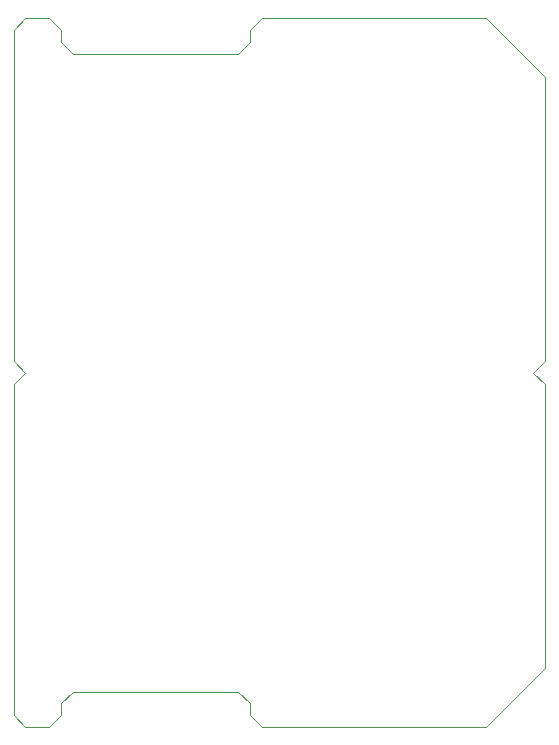
<source format=gm1>
G04 #@! TF.GenerationSoftware,KiCad,Pcbnew,8.0.7*
G04 #@! TF.CreationDate,2025-01-23T12:20:57+00:00*
G04 #@! TF.ProjectId,NB3_eye,4e42335f-6579-4652-9e6b-696361645f70,0.0.1*
G04 #@! TF.SameCoordinates,PX56c8cc0PY67f3540*
G04 #@! TF.FileFunction,Profile,NP*
%FSLAX46Y46*%
G04 Gerber Fmt 4.6, Leading zero omitted, Abs format (unit mm)*
G04 Created by KiCad (PCBNEW 8.0.7) date 2025-01-23 12:20:57*
%MOMM*%
%LPD*%
G01*
G04 APERTURE LIST*
G04 #@! TA.AperFunction,Profile*
%ADD10C,0.050000*%
G04 #@! TD*
G04 APERTURE END LIST*
D10*
X4000000Y-28000000D02*
X4000000Y-29000000D01*
X5000000Y-27000000D02*
X4000000Y-28000000D01*
X20000000Y-28000000D02*
X20000000Y-29000000D01*
X19000000Y-27000000D02*
X20000000Y-28000000D01*
X20000000Y28000000D02*
X20000000Y29000000D01*
X19000000Y27000000D02*
X20000000Y28000000D01*
X4000000Y28000000D02*
X4000000Y29000000D01*
X5000000Y27000000D02*
X4000000Y28000000D01*
X0Y29000000D02*
X1000000Y30000000D01*
X45000000Y-25000000D02*
X40000000Y-30000000D01*
X21000000Y30000000D02*
X40000000Y30000000D01*
X0Y1000000D02*
X0Y29000000D01*
X0Y-29000000D02*
X1000000Y-30000000D01*
X45000000Y25000000D02*
X45000000Y1000000D01*
X5000000Y27000000D02*
X19000000Y27000000D01*
X20000000Y-29000000D02*
X21000000Y-30000000D01*
X20000000Y29000000D02*
X21000000Y30000000D01*
X5000000Y-27000000D02*
X19000000Y-27000000D01*
X3000000Y-30000000D02*
X4000000Y-29000000D01*
X0Y1000000D02*
X1000000Y0D01*
X45000000Y25000000D02*
X40000000Y30000000D01*
X44000000Y0D02*
X45000000Y-1000000D01*
X0Y-1000000D02*
X0Y-29000000D01*
X21000000Y-30000000D02*
X40000000Y-30000000D01*
X0Y-1000000D02*
X1000000Y0D01*
X1000000Y30000000D02*
X3000000Y30000000D01*
X3000000Y30000000D02*
X4000000Y29000000D01*
X1000000Y-30000000D02*
X3000000Y-30000000D01*
X44000000Y0D02*
X45000000Y1000000D01*
X45000000Y-25000000D02*
X45000000Y-1000000D01*
M02*

</source>
